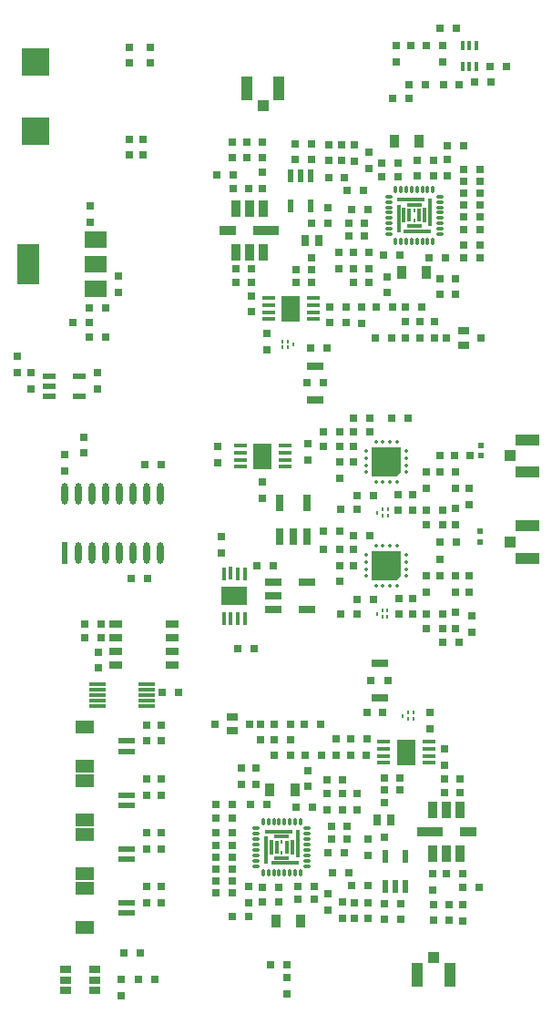
<source format=gtp>
%FSLAX24Y24*%
%MOIN*%
G70*
G01*
G75*
G04 Layer_Color=8421504*
%ADD10P,0.0490X8X202.5*%
%ADD11O,0.0138X0.0197*%
%ADD12O,0.0197X0.0138*%
%ADD13R,0.0787X0.1063*%
%ADD14R,0.1063X0.0787*%
%ADD15R,0.0315X0.0315*%
%ADD16R,0.0315X0.0315*%
%ADD17R,0.1024X0.1024*%
%ADD18R,0.0591X0.0299*%
%ADD19R,0.0394X0.0276*%
%ADD20R,0.0394X0.0276*%
%ADD21R,0.0787X0.1496*%
%ADD22R,0.0787X0.0591*%
%ADD23R,0.0787X0.0591*%
%ADD24R,0.0138X0.0354*%
%ADD25O,0.0236X0.0787*%
%ADD26R,0.0236X0.0787*%
%ADD27R,0.0433X0.0866*%
%ADD28R,0.0394X0.0413*%
%ADD29R,0.0630X0.0331*%
%ADD30R,0.0331X0.0630*%
%ADD31R,0.0945X0.0331*%
%ADD32R,0.0110X0.0138*%
%ADD33R,0.0394X0.0276*%
%ADD34R,0.0276X0.0315*%
%ADD35R,0.0276X0.0315*%
%ADD36R,0.0630X0.0315*%
G04:AMPARAMS|DCode=37|XSize=11.8mil|YSize=25.6mil|CornerRadius=3mil|HoleSize=0mil|Usage=FLASHONLY|Rotation=180.000|XOffset=0mil|YOffset=0mil|HoleType=Round|Shape=RoundedRectangle|*
%AMROUNDEDRECTD37*
21,1,0.0118,0.0197,0,0,180.0*
21,1,0.0059,0.0256,0,0,180.0*
1,1,0.0059,-0.0030,0.0098*
1,1,0.0059,0.0030,0.0098*
1,1,0.0059,0.0030,-0.0098*
1,1,0.0059,-0.0030,-0.0098*
%
%ADD37ROUNDEDRECTD37*%
G04:AMPARAMS|DCode=38|XSize=11.8mil|YSize=25.6mil|CornerRadius=3mil|HoleSize=0mil|Usage=FLASHONLY|Rotation=270.000|XOffset=0mil|YOffset=0mil|HoleType=Round|Shape=RoundedRectangle|*
%AMROUNDEDRECTD38*
21,1,0.0118,0.0197,0,0,270.0*
21,1,0.0059,0.0256,0,0,270.0*
1,1,0.0059,-0.0098,-0.0030*
1,1,0.0059,-0.0098,0.0030*
1,1,0.0059,0.0098,0.0030*
1,1,0.0059,0.0098,-0.0030*
%
%ADD38ROUNDEDRECTD38*%
%ADD39R,0.1299X0.1299*%
%ADD40R,0.0197X0.0197*%
%ADD41R,0.0500X0.0252*%
%ADD42R,0.0236X0.0500*%
%ADD43R,0.0354X0.0512*%
%ADD44R,0.0866X0.0433*%
%ADD45R,0.0413X0.0394*%
%ADD46R,0.0500X0.0236*%
%ADD47R,0.0299X0.0591*%
%ADD48R,0.0276X0.0394*%
%ADD49R,0.0315X0.0276*%
%ADD50R,0.0630X0.0236*%
%ADD51R,0.0709X0.0472*%
%ADD52R,0.0591X0.0118*%
%ADD53R,0.1024X0.0748*%
%ADD54R,0.0157X0.0472*%
%ADD55R,0.0472X0.0157*%
%ADD56R,0.0748X0.1024*%
%ADD57C,0.0295*%
%ADD58C,0.0079*%
%ADD59C,0.0098*%
%ADD60C,0.0197*%
%ADD61C,0.0138*%
%ADD62C,0.0276*%
%ADD63C,0.0136*%
%ADD64C,0.0380*%
%ADD65C,0.0118*%
%ADD66C,0.0354*%
%ADD67R,0.0787X1.2451*%
%ADD68R,0.0787X1.2441*%
%ADD69R,0.6496X0.1772*%
%ADD70R,0.3297X0.0787*%
%ADD71R,0.4695X0.0787*%
%ADD72R,0.2441X0.0787*%
%ADD73R,0.4114X0.1772*%
%ADD74R,0.0787X2.1142*%
%ADD75R,0.3337X0.0787*%
%ADD76R,0.0787X1.4764*%
%ADD77R,0.2421X0.0787*%
%ADD78R,0.0787X0.2441*%
%ADD79R,0.1575X0.1575*%
%ADD80C,0.0394*%
%ADD81R,0.1575X0.1575*%
%ADD82C,0.0354*%
%ADD83C,0.0315*%
%ADD84C,0.0276*%
%ADD85C,0.0197*%
%ADD86C,0.0400*%
G04:AMPARAMS|DCode=87|XSize=169.291mil|YSize=169.291mil|CornerRadius=0mil|HoleSize=0mil|Usage=FLASHONLY|Rotation=0.000|XOffset=0mil|YOffset=0mil|HoleType=Round|Shape=Relief|Width=19.7mil|Gap=9.8mil|Entries=4|*
%AMTHD87*
7,0,0,0.1693,0.1496,0.0197,45*
%
%ADD87THD87*%
%ADD88C,0.0866*%
%ADD89C,0.0551*%
%ADD90R,0.0394X0.1000*%
%ADD91C,0.0039*%
%ADD92C,0.0236*%
%ADD93C,0.0080*%
%ADD94C,0.0100*%
%ADD95C,0.0060*%
%ADD96C,0.0059*%
%ADD97R,0.0138X0.0512*%
%ADD98R,0.0118X0.1014*%
%ADD99R,0.0128X0.0551*%
%ADD100R,0.0551X0.0128*%
%ADD101R,0.1014X0.0118*%
%ADD102R,0.0098X0.0128*%
%ADD103R,0.0108X0.0128*%
%ADD104R,0.0138X0.0512*%
%ADD105R,0.0945X0.0669*%
%ADD106R,0.0669X0.0945*%
G54D10*
X75079Y50856D02*
D03*
Y47067D02*
D03*
G54D11*
X75157Y50433D02*
D03*
X74902D02*
D03*
X74646D02*
D03*
X74390D02*
D03*
Y51890D02*
D03*
X74646D02*
D03*
X74902D02*
D03*
X75157D02*
D03*
Y48100D02*
D03*
X74902D02*
D03*
X74646D02*
D03*
X74390D02*
D03*
Y46644D02*
D03*
X74646D02*
D03*
X74902D02*
D03*
X75157D02*
D03*
G54D12*
X74045Y50778D02*
D03*
Y51033D02*
D03*
Y51289D02*
D03*
Y51545D02*
D03*
X75502D02*
D03*
Y51289D02*
D03*
Y51033D02*
D03*
Y50778D02*
D03*
Y46988D02*
D03*
Y47244D02*
D03*
Y47500D02*
D03*
Y47756D02*
D03*
X74045D02*
D03*
Y47500D02*
D03*
Y47244D02*
D03*
Y46988D02*
D03*
G54D13*
X74636Y51161D02*
D03*
Y47372D02*
D03*
G54D14*
X74774Y51299D02*
D03*
Y47510D02*
D03*
G54D15*
X71890Y51831D02*
D03*
Y51240D02*
D03*
X70236Y50423D02*
D03*
Y49833D02*
D03*
X68730Y47835D02*
D03*
Y48425D02*
D03*
X71260Y40984D02*
D03*
Y41575D02*
D03*
X73612Y35039D02*
D03*
Y34449D02*
D03*
X71132Y32293D02*
D03*
Y31703D02*
D03*
X73150Y35049D02*
D03*
Y34459D02*
D03*
X73583Y62175D02*
D03*
Y62766D02*
D03*
X73120Y62185D02*
D03*
Y62776D02*
D03*
X69449Y39961D02*
D03*
Y39370D02*
D03*
X77283Y57283D02*
D03*
Y57874D02*
D03*
X74104Y37362D02*
D03*
Y36772D02*
D03*
X72628Y59882D02*
D03*
Y60472D02*
D03*
X64222Y44203D02*
D03*
Y43612D02*
D03*
X75207Y49380D02*
D03*
Y49970D02*
D03*
X68612Y51713D02*
D03*
Y51122D02*
D03*
X69724Y35028D02*
D03*
Y35618D02*
D03*
X72628Y34764D02*
D03*
Y35354D02*
D03*
X73691Y38433D02*
D03*
Y39024D02*
D03*
X70000Y39370D02*
D03*
Y39961D02*
D03*
X71890Y39281D02*
D03*
Y39872D02*
D03*
X70669Y40984D02*
D03*
Y41575D02*
D03*
X70177Y40984D02*
D03*
Y41575D02*
D03*
X76378Y41398D02*
D03*
Y41988D02*
D03*
X72943Y40443D02*
D03*
Y41033D02*
D03*
X76886Y40646D02*
D03*
Y40055D02*
D03*
X76467Y35492D02*
D03*
Y36083D02*
D03*
X77570Y34963D02*
D03*
Y34372D02*
D03*
X77008Y62217D02*
D03*
Y61626D02*
D03*
X74124Y62480D02*
D03*
Y61890D02*
D03*
X73041Y58811D02*
D03*
Y58220D02*
D03*
X76732Y57874D02*
D03*
Y57283D02*
D03*
X74813Y57943D02*
D03*
Y57352D02*
D03*
X76014Y56289D02*
D03*
Y55699D02*
D03*
X75472Y56289D02*
D03*
Y55699D02*
D03*
X76545Y56289D02*
D03*
Y55699D02*
D03*
X70404Y55866D02*
D03*
Y55276D02*
D03*
X69843Y56652D02*
D03*
Y57242D02*
D03*
X70246Y61754D02*
D03*
Y61163D02*
D03*
X69142Y62281D02*
D03*
Y62872D02*
D03*
X65354Y62972D02*
D03*
Y62382D02*
D03*
Y65748D02*
D03*
Y66339D02*
D03*
X65876Y62972D02*
D03*
Y62382D02*
D03*
X66142Y65748D02*
D03*
Y66339D02*
D03*
X65069Y31644D02*
D03*
Y32234D02*
D03*
X76821Y66398D02*
D03*
Y65807D02*
D03*
X75118D02*
D03*
Y66398D02*
D03*
X61270Y55020D02*
D03*
Y54429D02*
D03*
X61762Y53839D02*
D03*
Y54429D02*
D03*
X64183Y53829D02*
D03*
Y54419D02*
D03*
X63937Y60532D02*
D03*
Y59941D02*
D03*
X64970Y57362D02*
D03*
Y57953D02*
D03*
X62992Y51417D02*
D03*
Y50827D02*
D03*
X77795Y50197D02*
D03*
Y49606D02*
D03*
X77313Y49459D02*
D03*
Y48868D02*
D03*
X76240Y50787D02*
D03*
Y50197D02*
D03*
X76742Y50787D02*
D03*
Y51378D02*
D03*
X75728Y49380D02*
D03*
Y49970D02*
D03*
X77795Y46398D02*
D03*
Y46988D02*
D03*
X77303Y45659D02*
D03*
Y45069D02*
D03*
X76230Y46988D02*
D03*
Y46398D02*
D03*
X77913Y45512D02*
D03*
Y44921D02*
D03*
X76742Y46988D02*
D03*
Y47579D02*
D03*
X75728Y45581D02*
D03*
Y46171D02*
D03*
X75217Y45581D02*
D03*
Y46171D02*
D03*
X77303Y46988D02*
D03*
Y46398D02*
D03*
X77313Y50787D02*
D03*
Y50197D02*
D03*
X73858Y56220D02*
D03*
Y56811D02*
D03*
X72648Y62776D02*
D03*
Y62185D02*
D03*
X74085Y34449D02*
D03*
Y35039D02*
D03*
X63711Y52077D02*
D03*
Y51486D02*
D03*
X73051Y47372D02*
D03*
Y46781D02*
D03*
X73563Y47372D02*
D03*
Y47963D02*
D03*
X73061Y51152D02*
D03*
Y50561D02*
D03*
X73563Y51152D02*
D03*
Y51742D02*
D03*
X66535Y35630D02*
D03*
Y35039D02*
D03*
Y37589D02*
D03*
Y36998D02*
D03*
X66545Y39567D02*
D03*
Y38976D02*
D03*
X66535Y41535D02*
D03*
Y40945D02*
D03*
X66004Y35630D02*
D03*
Y35039D02*
D03*
Y37589D02*
D03*
Y36998D02*
D03*
X66014Y39567D02*
D03*
Y38976D02*
D03*
X66004Y41535D02*
D03*
Y40945D02*
D03*
G54D16*
X70030Y47362D02*
D03*
X70620D02*
D03*
X69134Y34516D02*
D03*
X69724D02*
D03*
X75285Y34439D02*
D03*
X74695D02*
D03*
X75285Y35006D02*
D03*
X74695D02*
D03*
X71447Y62805D02*
D03*
X72037D02*
D03*
X71447Y62238D02*
D03*
X72037D02*
D03*
X72470Y48612D02*
D03*
X73061D02*
D03*
X78602Y65049D02*
D03*
X78012D02*
D03*
X69921Y44341D02*
D03*
X69331D02*
D03*
X69134Y35384D02*
D03*
X68543D02*
D03*
X69134Y35817D02*
D03*
X68543D02*
D03*
X77598Y61860D02*
D03*
X78189D02*
D03*
X77598Y61427D02*
D03*
X78189D02*
D03*
X70541Y32766D02*
D03*
X71132D02*
D03*
X70837Y35057D02*
D03*
X70246D02*
D03*
X71545Y35165D02*
D03*
X72136D02*
D03*
X70837Y35608D02*
D03*
X70246D02*
D03*
X71545Y35638D02*
D03*
X72136D02*
D03*
X69134Y36250D02*
D03*
X68543D02*
D03*
X69134Y36683D02*
D03*
X68543D02*
D03*
X73396Y36142D02*
D03*
X72805D02*
D03*
X68543Y37116D02*
D03*
X69134D02*
D03*
X73494Y35669D02*
D03*
X74085D02*
D03*
X72638Y36860D02*
D03*
X73228D02*
D03*
X69134Y37589D02*
D03*
X68543D02*
D03*
Y38612D02*
D03*
X69134D02*
D03*
X73346Y37360D02*
D03*
X72756D02*
D03*
X68543Y38140D02*
D03*
X69134D02*
D03*
X73179Y39526D02*
D03*
X72589D02*
D03*
X73346Y37823D02*
D03*
X72756D02*
D03*
X73179Y38423D02*
D03*
X72589D02*
D03*
X70394Y38612D02*
D03*
X69803D02*
D03*
X73179Y39014D02*
D03*
X72589D02*
D03*
X71476Y38533D02*
D03*
X72067D02*
D03*
X70669Y40443D02*
D03*
X71260D02*
D03*
X71772Y41575D02*
D03*
X72362D02*
D03*
X71811Y40443D02*
D03*
X72402D02*
D03*
X74045Y40443D02*
D03*
X73455D02*
D03*
X74055Y41033D02*
D03*
X73465D02*
D03*
X74681Y39610D02*
D03*
X75272D02*
D03*
X74681Y39148D02*
D03*
X75272D02*
D03*
X77480Y39567D02*
D03*
X76890D02*
D03*
X77559Y36081D02*
D03*
X76968D02*
D03*
X77077Y34961D02*
D03*
X76486D02*
D03*
X76886Y39071D02*
D03*
X77476D02*
D03*
X78150Y35579D02*
D03*
X77559D02*
D03*
X76486Y34390D02*
D03*
X77077D02*
D03*
X75010Y64468D02*
D03*
X75600D02*
D03*
X75600Y64961D02*
D03*
X76191D02*
D03*
X77598Y62728D02*
D03*
X77008D02*
D03*
X75896Y62187D02*
D03*
X76486D02*
D03*
X75187Y62079D02*
D03*
X74596D02*
D03*
X75896Y61636D02*
D03*
X76486D02*
D03*
X75187Y61606D02*
D03*
X74596D02*
D03*
X77598Y60994D02*
D03*
X78189D02*
D03*
X77598Y60561D02*
D03*
X78189D02*
D03*
X73346Y61102D02*
D03*
X73937D02*
D03*
X78189Y60128D02*
D03*
X77598D02*
D03*
X73238Y61555D02*
D03*
X72648D02*
D03*
X74094Y60384D02*
D03*
X73504D02*
D03*
X77598Y59656D02*
D03*
X78189D02*
D03*
Y58632D02*
D03*
X77598D02*
D03*
X73386Y59884D02*
D03*
X73976D02*
D03*
X78189Y59104D02*
D03*
X77598D02*
D03*
X73553Y57719D02*
D03*
X74144D02*
D03*
X73386Y59421D02*
D03*
X73976D02*
D03*
X73553Y58821D02*
D03*
X74144D02*
D03*
X76339Y58632D02*
D03*
X76929D02*
D03*
X73553Y58230D02*
D03*
X74144D02*
D03*
X75256Y58711D02*
D03*
X74665D02*
D03*
X76063Y56811D02*
D03*
X75472D02*
D03*
X74961Y55699D02*
D03*
X74370D02*
D03*
X75000Y56811D02*
D03*
X74409D02*
D03*
X72707Y56811D02*
D03*
X73297D02*
D03*
X72707Y56260D02*
D03*
X73297D02*
D03*
X72047Y57728D02*
D03*
X71457D02*
D03*
X72047Y58191D02*
D03*
X71457D02*
D03*
X69252Y57736D02*
D03*
X69843D02*
D03*
X69154Y61163D02*
D03*
X69744D02*
D03*
X69656Y62283D02*
D03*
X70246D02*
D03*
X69843Y58218D02*
D03*
X69252D02*
D03*
X68563Y61665D02*
D03*
X69154D02*
D03*
X70246Y62854D02*
D03*
X69656D02*
D03*
X64321Y44724D02*
D03*
X63730D02*
D03*
X64321Y45226D02*
D03*
X63730D02*
D03*
X66299Y32224D02*
D03*
X65709D02*
D03*
X65748Y33189D02*
D03*
X65157D02*
D03*
X77441Y64951D02*
D03*
X76850D02*
D03*
X75650Y66398D02*
D03*
X76240D02*
D03*
X78573Y65640D02*
D03*
X79163D02*
D03*
X76732Y67018D02*
D03*
X77323D02*
D03*
X63898Y56260D02*
D03*
X63307D02*
D03*
X64488Y56782D02*
D03*
X63898D02*
D03*
X64498Y55718D02*
D03*
X63907D02*
D03*
X65443Y46890D02*
D03*
X66033D02*
D03*
X66535Y51063D02*
D03*
X65945D02*
D03*
X74154Y52756D02*
D03*
X73563D02*
D03*
X76831Y48868D02*
D03*
X76240D02*
D03*
X75561Y52756D02*
D03*
X74970D02*
D03*
X76240Y49380D02*
D03*
X76831D02*
D03*
X77254Y51378D02*
D03*
X77844D02*
D03*
X77421Y44557D02*
D03*
X76831D02*
D03*
X76831Y45069D02*
D03*
X76240D02*
D03*
X72470Y52264D02*
D03*
X73061D02*
D03*
X76240Y45591D02*
D03*
X76831D02*
D03*
X76742Y48228D02*
D03*
X77333D02*
D03*
X72598Y55344D02*
D03*
X72008D02*
D03*
X74055Y41978D02*
D03*
X74646D02*
D03*
X73110Y45600D02*
D03*
X73701D02*
D03*
X73701Y46112D02*
D03*
X74291D02*
D03*
X73563Y48465D02*
D03*
X74154D02*
D03*
X73061Y47963D02*
D03*
X72470D02*
D03*
X73110Y49429D02*
D03*
X73701D02*
D03*
X73701Y49941D02*
D03*
X74291D02*
D03*
X73563Y52264D02*
D03*
X74154D02*
D03*
X73061Y51742D02*
D03*
X72470D02*
D03*
X67156Y42736D02*
D03*
X66565D02*
D03*
G54D17*
X61929Y63268D02*
D03*
Y65787D02*
D03*
G54D18*
X70620Y45760D02*
D03*
Y46260D02*
D03*
Y46760D02*
D03*
X71860D02*
D03*
Y45760D02*
D03*
G54D19*
X64085Y32579D02*
D03*
Y31831D02*
D03*
X63022D02*
D03*
Y32579D02*
D03*
G54D20*
X64085Y32205D02*
D03*
X63022D02*
D03*
G54D21*
X61663Y58386D02*
D03*
G54D22*
X64144Y59291D02*
D03*
Y57480D02*
D03*
G54D23*
Y58386D02*
D03*
G54D24*
X77549Y65640D02*
D03*
X77805D02*
D03*
X78061D02*
D03*
X77549Y66388D02*
D03*
X77805D02*
D03*
X78061D02*
D03*
G54D25*
X66494Y49980D02*
D03*
X65994D02*
D03*
X65494D02*
D03*
X64994D02*
D03*
X64494D02*
D03*
X63994D02*
D03*
X63494D02*
D03*
X62994D02*
D03*
X66494Y47815D02*
D03*
X65994D02*
D03*
X65494D02*
D03*
X64994D02*
D03*
X64494D02*
D03*
X63994D02*
D03*
X63494D02*
D03*
G54D26*
X62994D02*
D03*
G54D27*
X77087Y32402D02*
D03*
X75906D02*
D03*
X69665Y64833D02*
D03*
X70846D02*
D03*
G54D28*
X76496Y33031D02*
D03*
X70256Y64203D02*
D03*
G54D29*
X77769Y37618D02*
D03*
X68952Y59629D02*
D03*
G54D30*
X77469Y38418D02*
D03*
X76469D02*
D03*
X76968D02*
D03*
X77469Y36818D02*
D03*
X76968D02*
D03*
X76469D02*
D03*
X69252Y58829D02*
D03*
X70252D02*
D03*
X69752D02*
D03*
X69252Y60429D02*
D03*
X69752D02*
D03*
X70252D02*
D03*
G54D31*
X76368Y37618D02*
D03*
X70352Y59629D02*
D03*
G54D32*
X75354Y41875D02*
D03*
X75748Y41762D02*
D03*
Y41988D02*
D03*
X75551D02*
D03*
Y41762D02*
D03*
X71358Y55463D02*
D03*
X70965Y55576D02*
D03*
Y55349D02*
D03*
X71161D02*
D03*
Y55576D02*
D03*
X74616Y45487D02*
D03*
Y45714D02*
D03*
X74813D02*
D03*
Y45487D02*
D03*
X74419Y45600D02*
D03*
X74626Y49193D02*
D03*
Y49419D02*
D03*
X74823D02*
D03*
Y49193D02*
D03*
X74429Y49306D02*
D03*
G54D33*
X69144Y41831D02*
D03*
Y41319D02*
D03*
X77598Y55955D02*
D03*
Y55443D02*
D03*
G54D34*
X69774Y41575D02*
D03*
X68514D02*
D03*
X78228Y55699D02*
D03*
X76968D02*
D03*
G54D35*
X74213Y43150D02*
D03*
X74843D02*
D03*
X71850Y54045D02*
D03*
X72480D02*
D03*
G54D36*
X74528Y43780D02*
D03*
Y42520D02*
D03*
X72165Y54675D02*
D03*
Y53415D02*
D03*
G54D37*
X71437Y38000D02*
D03*
X71240D02*
D03*
X71043D02*
D03*
X70846D02*
D03*
X70650D02*
D03*
X70453D02*
D03*
Y36130D02*
D03*
X70650D02*
D03*
X70846D02*
D03*
X71043D02*
D03*
X71240D02*
D03*
X71437D02*
D03*
X70256Y38000D02*
D03*
X71634D02*
D03*
X70256Y36130D02*
D03*
X71634D02*
D03*
X75295Y59244D02*
D03*
X75492D02*
D03*
X75689D02*
D03*
X75886D02*
D03*
X76083D02*
D03*
X76280D02*
D03*
Y61114D02*
D03*
X76083D02*
D03*
X75886D02*
D03*
X75689D02*
D03*
X75492D02*
D03*
X75295D02*
D03*
X76476Y59244D02*
D03*
X75098D02*
D03*
X76476Y61114D02*
D03*
X75098D02*
D03*
G54D38*
X70010Y37557D02*
D03*
Y37360D02*
D03*
Y37163D02*
D03*
Y36967D02*
D03*
Y36770D02*
D03*
Y36573D02*
D03*
X71880Y37360D02*
D03*
Y37163D02*
D03*
Y36967D02*
D03*
Y36770D02*
D03*
Y36573D02*
D03*
Y36376D02*
D03*
Y37557D02*
D03*
Y37754D02*
D03*
X70010Y36376D02*
D03*
Y37754D02*
D03*
X76722Y59687D02*
D03*
Y59884D02*
D03*
Y60081D02*
D03*
Y60278D02*
D03*
Y60474D02*
D03*
Y60671D02*
D03*
X74852Y59884D02*
D03*
Y60081D02*
D03*
Y60278D02*
D03*
Y60474D02*
D03*
Y60671D02*
D03*
Y60868D02*
D03*
Y59687D02*
D03*
Y59490D02*
D03*
X76722Y60868D02*
D03*
Y59490D02*
D03*
G54D40*
X78209Y48622D02*
D03*
Y48228D02*
D03*
X78238Y51772D02*
D03*
Y51378D02*
D03*
G54D41*
X64878Y45222D02*
D03*
Y44722D02*
D03*
Y44222D02*
D03*
Y43722D02*
D03*
X66929Y45222D02*
D03*
Y44722D02*
D03*
Y44222D02*
D03*
Y43722D02*
D03*
G54D42*
X75473Y36716D02*
D03*
X75099Y35616D02*
D03*
X74725Y36716D02*
D03*
Y35616D02*
D03*
X75473D02*
D03*
X71260Y60528D02*
D03*
X71634Y61628D02*
D03*
X72008Y60528D02*
D03*
Y61628D02*
D03*
X71260D02*
D03*
G54D43*
X70738Y34360D02*
D03*
X71644D02*
D03*
X75974Y62884D02*
D03*
X75069D02*
D03*
X70512Y39163D02*
D03*
X71417D02*
D03*
X76220Y58081D02*
D03*
X75315D02*
D03*
G54D44*
X79931Y48819D02*
D03*
Y47638D02*
D03*
X79921Y51968D02*
D03*
Y50787D02*
D03*
G54D45*
X79301Y48228D02*
D03*
X79291Y51378D02*
D03*
G54D46*
X63517Y53553D02*
D03*
X62417Y53927D02*
D03*
X63517Y54301D02*
D03*
X62417D02*
D03*
Y53553D02*
D03*
G54D47*
X71848Y48435D02*
D03*
X71348D02*
D03*
X70848D02*
D03*
Y49675D02*
D03*
X71848D02*
D03*
G54D48*
X72293Y59272D02*
D03*
X71782D02*
D03*
X74947Y38067D02*
D03*
X74435D02*
D03*
G54D49*
X72037Y58642D02*
D03*
Y59902D02*
D03*
X74691Y37437D02*
D03*
Y38697D02*
D03*
G54D50*
X65276Y34646D02*
D03*
Y35039D02*
D03*
Y36614D02*
D03*
Y37008D02*
D03*
Y38583D02*
D03*
Y38976D02*
D03*
Y40551D02*
D03*
Y40945D02*
D03*
G54D51*
X63740Y35551D02*
D03*
Y34134D02*
D03*
Y37520D02*
D03*
Y36102D02*
D03*
Y39488D02*
D03*
Y38071D02*
D03*
Y41457D02*
D03*
Y40039D02*
D03*
G54D52*
X65984Y42224D02*
D03*
Y42421D02*
D03*
Y42618D02*
D03*
Y42815D02*
D03*
Y43012D02*
D03*
X64213Y42421D02*
D03*
Y42618D02*
D03*
Y42815D02*
D03*
Y43012D02*
D03*
Y42224D02*
D03*
G54D54*
X68819Y47077D02*
D03*
X69075Y47081D02*
D03*
X69331Y47077D02*
D03*
X69587D02*
D03*
Y45423D02*
D03*
X69331D02*
D03*
X69075D02*
D03*
X68819D02*
D03*
G54D55*
X69419Y51752D02*
D03*
Y51496D02*
D03*
Y51240D02*
D03*
Y50984D02*
D03*
X71073D02*
D03*
Y51240D02*
D03*
X71077Y51496D02*
D03*
X71073Y51752D02*
D03*
X70453Y56378D02*
D03*
X70449Y56634D02*
D03*
X70453Y56890D02*
D03*
Y57146D02*
D03*
X72106D02*
D03*
Y56890D02*
D03*
Y56634D02*
D03*
Y56378D02*
D03*
X74675Y40915D02*
D03*
Y40659D02*
D03*
Y40404D02*
D03*
Y40148D02*
D03*
X76329D02*
D03*
Y40404D02*
D03*
X76333Y40659D02*
D03*
X76329Y40915D02*
D03*
G54D97*
X71132Y37065D02*
D03*
X75600Y60179D02*
D03*
G54D98*
X71516Y37178D02*
D03*
X70374Y36952D02*
D03*
X75217Y60066D02*
D03*
X76358Y60292D02*
D03*
G54D99*
X71334Y37065D02*
D03*
X70556Y37065D02*
D03*
X75399Y60179D02*
D03*
X76176Y60179D02*
D03*
G54D100*
X70945Y36676D02*
D03*
X70945Y37454D02*
D03*
X75787Y60568D02*
D03*
X75787Y59790D02*
D03*
G54D101*
X71058Y36494D02*
D03*
X70832Y37636D02*
D03*
X75674Y60750D02*
D03*
X75901Y59608D02*
D03*
G54D102*
X70945Y36873D02*
D03*
X75787Y60371D02*
D03*
G54D103*
X70940Y37257D02*
D03*
X75792Y59987D02*
D03*
G54D104*
X70758Y37065D02*
D03*
X75974Y60179D02*
D03*
G54D105*
X69203Y46250D02*
D03*
G54D106*
X70246Y51368D02*
D03*
X71280Y56762D02*
D03*
X75502Y40531D02*
D03*
M02*

</source>
